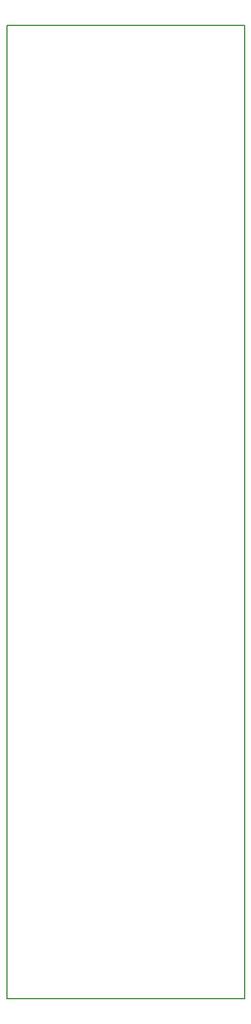
<source format=gm1>
G04 #@! TF.GenerationSoftware,KiCad,Pcbnew,7.0.10*
G04 #@! TF.CreationDate,2024-11-08T18:22:10-05:00*
G04 #@! TF.ProjectId,Sensify Main Board,53656e73-6966-4792-904d-61696e20426f,rev?*
G04 #@! TF.SameCoordinates,Original*
G04 #@! TF.FileFunction,Profile,NP*
%FSLAX46Y46*%
G04 Gerber Fmt 4.6, Leading zero omitted, Abs format (unit mm)*
G04 Created by KiCad (PCBNEW 7.0.10) date 2024-11-08 18:22:10*
%MOMM*%
%LPD*%
G01*
G04 APERTURE LIST*
G04 #@! TA.AperFunction,Profile*
%ADD10C,0.200000*%
G04 #@! TD*
G04 APERTURE END LIST*
D10*
X127508000Y-61874400D02*
X159258000Y-61874400D01*
X159258000Y-191874400D01*
X127508000Y-191874400D01*
X127508000Y-61874400D01*
M02*

</source>
